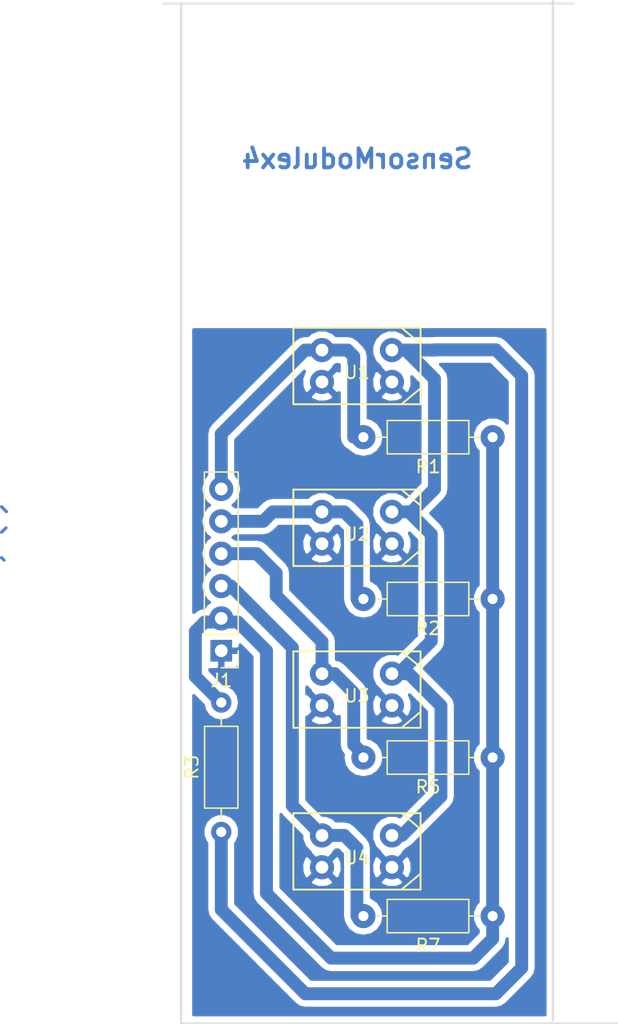
<source format=kicad_pcb>
(kicad_pcb (version 4) (host pcbnew 4.0.7-e2-6376~58~ubuntu16.04.1)

  (general
    (links 25)
    (no_connects 0)
    (area 116.514999 99.238999 165.429001 179.653001)
    (thickness 1.6)
    (drawings 5)
    (tracks 72)
    (zones 0)
    (modules 10)
    (nets 8)
  )

  (page A4)
  (layers
    (0 F.Cu signal)
    (31 B.Cu signal)
    (32 B.Adhes user)
    (33 F.Adhes user)
    (34 B.Paste user)
    (35 F.Paste user)
    (36 B.SilkS user)
    (37 F.SilkS user)
    (38 B.Mask user)
    (39 F.Mask user)
    (40 Dwgs.User user)
    (41 Cmts.User user)
    (42 Eco1.User user)
    (43 Eco2.User user)
    (44 Edge.Cuts user)
    (45 Margin user)
    (46 B.CrtYd user)
    (47 F.CrtYd user)
    (48 B.Fab user)
    (49 F.Fab user)
  )

  (setup
    (last_trace_width 0.25)
    (trace_clearance 0.2)
    (zone_clearance 0.508)
    (zone_45_only no)
    (trace_min 0.2)
    (segment_width 0.2)
    (edge_width 0.15)
    (via_size 0.6)
    (via_drill 0.4)
    (via_min_size 0.4)
    (via_min_drill 0.3)
    (uvia_size 0.3)
    (uvia_drill 0.1)
    (uvias_allowed no)
    (uvia_min_size 0.2)
    (uvia_min_drill 0.1)
    (pcb_text_width 0.3)
    (pcb_text_size 1.5 1.5)
    (mod_edge_width 0.15)
    (mod_text_size 1 1)
    (mod_text_width 0.15)
    (pad_size 1.9 1.9)
    (pad_drill 0.8)
    (pad_to_mask_clearance 0.2)
    (aux_axis_origin 0 0)
    (visible_elements FFFFFF7F)
    (pcbplotparams
      (layerselection 0x00030_80000001)
      (usegerberextensions false)
      (excludeedgelayer true)
      (linewidth 0.100000)
      (plotframeref false)
      (viasonmask false)
      (mode 1)
      (useauxorigin false)
      (hpglpennumber 1)
      (hpglpenspeed 20)
      (hpglpendiameter 15)
      (hpglpenoverlay 2)
      (psnegative false)
      (psa4output false)
      (plotreference true)
      (plotvalue true)
      (plotinvisibletext false)
      (padsonsilk false)
      (subtractmaskfromsilk false)
      (outputformat 1)
      (mirror false)
      (drillshape 1)
      (scaleselection 1)
      (outputdirectory ""))
  )

  (net 0 "")
  (net 1 /GND)
  (net 2 /VDD)
  (net 3 /sens4)
  (net 4 /sens3)
  (net 5 /sens2)
  (net 6 /sens1)
  (net 7 "Net-(R3-Pad1)")

  (net_class Default "Dit is de standaard class."
    (clearance 0.2)
    (trace_width 0.25)
    (via_dia 0.6)
    (via_drill 0.4)
    (uvia_dia 0.3)
    (uvia_drill 0.1)
  )

  (net_class fortymill ""
    (clearance 0.2)
    (trace_width 1.016)
    (via_dia 0.6)
    (via_drill 0.4)
    (uvia_dia 0.3)
    (uvia_drill 0.1)
    (add_net /GND)
    (add_net /VDD)
    (add_net /sens1)
    (add_net /sens2)
    (add_net /sens3)
    (add_net /sens4)
    (add_net "Net-(R3-Pad1)")
  )

  (module Resistors_THT:R_Axial_DIN0207_L6.3mm_D2.5mm_P10.16mm_Horizontal (layer F.Cu) (tedit 5AAA87FA) (tstamp 5AA92AE5)
    (at 155.448 108.458 180)
    (descr "Resistor, Axial_DIN0207 series, Axial, Horizontal, pin pitch=10.16mm, 0.25W = 1/4W, length*diameter=6.3*2.5mm^2, http://cdn-reichelt.de/documents/datenblatt/B400/1_4W%23YAG.pdf")
    (tags "Resistor Axial_DIN0207 series Axial Horizontal pin pitch 10.16mm 0.25W = 1/4W length 6.3mm diameter 2.5mm")
    (path /5A047E13)
    (fp_text reference R1 (at 5.08 -2.31 180) (layer F.SilkS)
      (effects (font (size 1 1) (thickness 0.15)))
    )
    (fp_text value R56k (at 5.08 2.31 180) (layer F.Fab)
      (effects (font (size 1 1) (thickness 0.15)))
    )
    (fp_line (start 1.93 -1.25) (end 1.93 1.25) (layer F.Fab) (width 0.1))
    (fp_line (start 1.93 1.25) (end 8.23 1.25) (layer F.Fab) (width 0.1))
    (fp_line (start 8.23 1.25) (end 8.23 -1.25) (layer F.Fab) (width 0.1))
    (fp_line (start 8.23 -1.25) (end 1.93 -1.25) (layer F.Fab) (width 0.1))
    (fp_line (start 0 0) (end 1.93 0) (layer F.Fab) (width 0.1))
    (fp_line (start 10.16 0) (end 8.23 0) (layer F.Fab) (width 0.1))
    (fp_line (start 1.87 -1.31) (end 1.87 1.31) (layer F.SilkS) (width 0.12))
    (fp_line (start 1.87 1.31) (end 8.29 1.31) (layer F.SilkS) (width 0.12))
    (fp_line (start 8.29 1.31) (end 8.29 -1.31) (layer F.SilkS) (width 0.12))
    (fp_line (start 8.29 -1.31) (end 1.87 -1.31) (layer F.SilkS) (width 0.12))
    (fp_line (start 0.98 0) (end 1.87 0) (layer F.SilkS) (width 0.12))
    (fp_line (start 9.18 0) (end 8.29 0) (layer F.SilkS) (width 0.12))
    (fp_line (start -1.05 -1.6) (end -1.05 1.6) (layer F.CrtYd) (width 0.05))
    (fp_line (start -1.05 1.6) (end 11.25 1.6) (layer F.CrtYd) (width 0.05))
    (fp_line (start 11.25 1.6) (end 11.25 -1.6) (layer F.CrtYd) (width 0.05))
    (fp_line (start 11.25 -1.6) (end -1.05 -1.6) (layer F.CrtYd) (width 0.05))
    (pad 1 thru_hole circle (at 0 0 180) (size 1.9 1.9) (drill 0.8) (layers *.Cu *.Mask)
      (net 2 /VDD))
    (pad 2 thru_hole oval (at 10.16 0 180) (size 1.9 1.9) (drill 0.8) (layers *.Cu *.Mask)
      (net 6 /sens1))
    (model ${KISYS3DMOD}/Resistors_THT.3dshapes/R_Axial_DIN0207_L6.3mm_D2.5mm_P10.16mm_Horizontal.wrl
      (at (xyz 0 0 0))
      (scale (xyz 0.393701 0.393701 0.393701))
      (rotate (xyz 0 0 0))
    )
  )

  (module lib:TRTC5000 (layer F.Cu) (tedit 5AAA8830) (tstamp 5AA92B27)
    (at 144.78 128.27)
    (path /5A9FF32A)
    (fp_text reference U3 (at 0 0.5) (layer F.SilkS)
      (effects (font (size 1 1) (thickness 0.15)))
    )
    (fp_text value TCRT5000 (at 0 -0.5) (layer F.Fab)
      (effects (font (size 1 1) (thickness 0.15)))
    )
    (fp_line (start 5 1.75) (end 3.5 3) (layer F.SilkS) (width 0.15))
    (fp_line (start 5 -1.75) (end 3.5 -3) (layer F.SilkS) (width 0.15))
    (fp_line (start -5 -3) (end 5 -3) (layer F.SilkS) (width 0.15))
    (fp_line (start 5 -3) (end 5 3) (layer F.SilkS) (width 0.15))
    (fp_line (start 5 3) (end -5 3) (layer F.SilkS) (width 0.15))
    (fp_line (start -5 3) (end -5 -3) (layer F.SilkS) (width 0.15))
    (pad 2 thru_hole circle (at -2.75 1.25) (size 1.9 1.9) (drill 1) (layers *.Cu *.Mask)
      (net 1 /GND))
    (pad 1 thru_hole circle (at -2.75 -1.25) (size 1.9 1.9) (drill 1) (layers *.Cu *.Mask)
      (net 4 /sens3))
    (pad 4 thru_hole circle (at 2.75 1.25) (size 1.9 1.9) (drill 1) (layers *.Cu *.Mask)
      (net 1 /GND))
    (pad 3 thru_hole circle (at 2.75 -1.25) (size 1.9 1.9) (drill 1) (layers *.Cu *.Mask)
      (net 7 "Net-(R3-Pad1)"))
  )

  (module lib:TRTC5000 (layer F.Cu) (tedit 5AAA880F) (tstamp 5AA92B1F)
    (at 144.78 115.57)
    (path /5A047469)
    (fp_text reference U2 (at 0 0.5) (layer F.SilkS)
      (effects (font (size 1 1) (thickness 0.15)))
    )
    (fp_text value TCRT5000 (at 0 -0.5) (layer F.Fab)
      (effects (font (size 1 1) (thickness 0.15)))
    )
    (fp_line (start 5 1.75) (end 3.5 3) (layer F.SilkS) (width 0.15))
    (fp_line (start 5 -1.75) (end 3.5 -3) (layer F.SilkS) (width 0.15))
    (fp_line (start -5 -3) (end 5 -3) (layer F.SilkS) (width 0.15))
    (fp_line (start 5 -3) (end 5 3) (layer F.SilkS) (width 0.15))
    (fp_line (start 5 3) (end -5 3) (layer F.SilkS) (width 0.15))
    (fp_line (start -5 3) (end -5 -3) (layer F.SilkS) (width 0.15))
    (pad 2 thru_hole circle (at -2.75 1.25) (size 1.9 1.9) (drill 1) (layers *.Cu *.Mask)
      (net 1 /GND))
    (pad 1 thru_hole circle (at -2.75 -1.25) (size 1.9 1.9) (drill 1) (layers *.Cu *.Mask)
      (net 5 /sens2))
    (pad 4 thru_hole circle (at 2.75 1.25) (size 1.9 1.9) (drill 1) (layers *.Cu *.Mask)
      (net 1 /GND))
    (pad 3 thru_hole circle (at 2.75 -1.25) (size 1.9 1.9) (drill 1) (layers *.Cu *.Mask)
      (net 7 "Net-(R3-Pad1)"))
  )

  (module lib:TRTC5000 (layer F.Cu) (tedit 5AAA87ED) (tstamp 5AA92B17)
    (at 144.78 102.87)
    (path /5A047E19)
    (fp_text reference U1 (at 0 0.5) (layer F.SilkS)
      (effects (font (size 1 1) (thickness 0.15)))
    )
    (fp_text value TCRT5000 (at 0 -0.5) (layer F.Fab)
      (effects (font (size 1 1) (thickness 0.15)))
    )
    (fp_line (start 5 1.75) (end 3.5 3) (layer F.SilkS) (width 0.15))
    (fp_line (start 5 -1.75) (end 3.5 -3) (layer F.SilkS) (width 0.15))
    (fp_line (start -5 -3) (end 5 -3) (layer F.SilkS) (width 0.15))
    (fp_line (start 5 -3) (end 5 3) (layer F.SilkS) (width 0.15))
    (fp_line (start 5 3) (end -5 3) (layer F.SilkS) (width 0.15))
    (fp_line (start -5 3) (end -5 -3) (layer F.SilkS) (width 0.15))
    (pad 2 thru_hole circle (at -2.75 1.25) (size 1.9 1.9) (drill 1) (layers *.Cu *.Mask)
      (net 1 /GND))
    (pad 1 thru_hole circle (at -2.75 -1.25) (size 1.9 1.9) (drill 1) (layers *.Cu *.Mask)
      (net 6 /sens1))
    (pad 4 thru_hole circle (at 2.75 1.25) (size 1.9 1.9) (drill 1) (layers *.Cu *.Mask)
      (net 1 /GND))
    (pad 3 thru_hole circle (at 2.75 -1.25) (size 1.9 1.9) (drill 1) (layers *.Cu *.Mask)
      (net 7 "Net-(R3-Pad1)"))
  )

  (module Resistors_THT:R_Axial_DIN0207_L6.3mm_D2.5mm_P10.16mm_Horizontal (layer F.Cu) (tedit 5AAA881D) (tstamp 5AA92AEB)
    (at 155.448 121.158 180)
    (descr "Resistor, Axial_DIN0207 series, Axial, Horizontal, pin pitch=10.16mm, 0.25W = 1/4W, length*diameter=6.3*2.5mm^2, http://cdn-reichelt.de/documents/datenblatt/B400/1_4W%23YAG.pdf")
    (tags "Resistor Axial_DIN0207 series Axial Horizontal pin pitch 10.16mm 0.25W = 1/4W length 6.3mm diameter 2.5mm")
    (path /5A0472AF)
    (fp_text reference R2 (at 5.08 -2.31 180) (layer F.SilkS)
      (effects (font (size 1 1) (thickness 0.15)))
    )
    (fp_text value R56k (at 5.08 2.31 180) (layer F.Fab)
      (effects (font (size 1 1) (thickness 0.15)))
    )
    (fp_line (start 1.93 -1.25) (end 1.93 1.25) (layer F.Fab) (width 0.1))
    (fp_line (start 1.93 1.25) (end 8.23 1.25) (layer F.Fab) (width 0.1))
    (fp_line (start 8.23 1.25) (end 8.23 -1.25) (layer F.Fab) (width 0.1))
    (fp_line (start 8.23 -1.25) (end 1.93 -1.25) (layer F.Fab) (width 0.1))
    (fp_line (start 0 0) (end 1.93 0) (layer F.Fab) (width 0.1))
    (fp_line (start 10.16 0) (end 8.23 0) (layer F.Fab) (width 0.1))
    (fp_line (start 1.87 -1.31) (end 1.87 1.31) (layer F.SilkS) (width 0.12))
    (fp_line (start 1.87 1.31) (end 8.29 1.31) (layer F.SilkS) (width 0.12))
    (fp_line (start 8.29 1.31) (end 8.29 -1.31) (layer F.SilkS) (width 0.12))
    (fp_line (start 8.29 -1.31) (end 1.87 -1.31) (layer F.SilkS) (width 0.12))
    (fp_line (start 0.98 0) (end 1.87 0) (layer F.SilkS) (width 0.12))
    (fp_line (start 9.18 0) (end 8.29 0) (layer F.SilkS) (width 0.12))
    (fp_line (start -1.05 -1.6) (end -1.05 1.6) (layer F.CrtYd) (width 0.05))
    (fp_line (start -1.05 1.6) (end 11.25 1.6) (layer F.CrtYd) (width 0.05))
    (fp_line (start 11.25 1.6) (end 11.25 -1.6) (layer F.CrtYd) (width 0.05))
    (fp_line (start 11.25 -1.6) (end -1.05 -1.6) (layer F.CrtYd) (width 0.05))
    (pad 1 thru_hole circle (at 0 0 180) (size 1.9 1.9) (drill 0.8) (layers *.Cu *.Mask)
      (net 2 /VDD))
    (pad 2 thru_hole oval (at 10.16 0 180) (size 1.9 1.9) (drill 0.8) (layers *.Cu *.Mask)
      (net 5 /sens2))
    (model ${KISYS3DMOD}/Resistors_THT.3dshapes/R_Axial_DIN0207_L6.3mm_D2.5mm_P10.16mm_Horizontal.wrl
      (at (xyz 0 0 0))
      (scale (xyz 0.393701 0.393701 0.393701))
      (rotate (xyz 0 0 0))
    )
  )

  (module Resistors_THT:R_Axial_DIN0207_L6.3mm_D2.5mm_P10.16mm_Horizontal (layer F.Cu) (tedit 5AAA883E) (tstamp 5AA92AFD)
    (at 155.448 133.604 180)
    (descr "Resistor, Axial_DIN0207 series, Axial, Horizontal, pin pitch=10.16mm, 0.25W = 1/4W, length*diameter=6.3*2.5mm^2, http://cdn-reichelt.de/documents/datenblatt/B400/1_4W%23YAG.pdf")
    (tags "Resistor Axial_DIN0207 series Axial Horizontal pin pitch 10.16mm 0.25W = 1/4W length 6.3mm diameter 2.5mm")
    (path /5A9FF324)
    (fp_text reference R5 (at 5.08 -2.31 180) (layer F.SilkS)
      (effects (font (size 1 1) (thickness 0.15)))
    )
    (fp_text value R56k (at 5.08 2.31 180) (layer F.Fab)
      (effects (font (size 1 1) (thickness 0.15)))
    )
    (fp_line (start 1.93 -1.25) (end 1.93 1.25) (layer F.Fab) (width 0.1))
    (fp_line (start 1.93 1.25) (end 8.23 1.25) (layer F.Fab) (width 0.1))
    (fp_line (start 8.23 1.25) (end 8.23 -1.25) (layer F.Fab) (width 0.1))
    (fp_line (start 8.23 -1.25) (end 1.93 -1.25) (layer F.Fab) (width 0.1))
    (fp_line (start 0 0) (end 1.93 0) (layer F.Fab) (width 0.1))
    (fp_line (start 10.16 0) (end 8.23 0) (layer F.Fab) (width 0.1))
    (fp_line (start 1.87 -1.31) (end 1.87 1.31) (layer F.SilkS) (width 0.12))
    (fp_line (start 1.87 1.31) (end 8.29 1.31) (layer F.SilkS) (width 0.12))
    (fp_line (start 8.29 1.31) (end 8.29 -1.31) (layer F.SilkS) (width 0.12))
    (fp_line (start 8.29 -1.31) (end 1.87 -1.31) (layer F.SilkS) (width 0.12))
    (fp_line (start 0.98 0) (end 1.87 0) (layer F.SilkS) (width 0.12))
    (fp_line (start 9.18 0) (end 8.29 0) (layer F.SilkS) (width 0.12))
    (fp_line (start -1.05 -1.6) (end -1.05 1.6) (layer F.CrtYd) (width 0.05))
    (fp_line (start -1.05 1.6) (end 11.25 1.6) (layer F.CrtYd) (width 0.05))
    (fp_line (start 11.25 1.6) (end 11.25 -1.6) (layer F.CrtYd) (width 0.05))
    (fp_line (start 11.25 -1.6) (end -1.05 -1.6) (layer F.CrtYd) (width 0.05))
    (pad 1 thru_hole circle (at 0 0 180) (size 1.9 1.9) (drill 0.8) (layers *.Cu *.Mask)
      (net 2 /VDD))
    (pad 2 thru_hole oval (at 10.16 0 180) (size 1.9 1.9) (drill 0.8) (layers *.Cu *.Mask)
      (net 4 /sens3))
    (model ${KISYS3DMOD}/Resistors_THT.3dshapes/R_Axial_DIN0207_L6.3mm_D2.5mm_P10.16mm_Horizontal.wrl
      (at (xyz 0 0 0))
      (scale (xyz 0.393701 0.393701 0.393701))
      (rotate (xyz 0 0 0))
    )
  )

  (module Resistors_THT:R_Axial_DIN0207_L6.3mm_D2.5mm_P10.16mm_Horizontal (layer F.Cu) (tedit 5AAA885D) (tstamp 5AA92B09)
    (at 155.448 146.05 180)
    (descr "Resistor, Axial_DIN0207 series, Axial, Horizontal, pin pitch=10.16mm, 0.25W = 1/4W, length*diameter=6.3*2.5mm^2, http://cdn-reichelt.de/documents/datenblatt/B400/1_4W%23YAG.pdf")
    (tags "Resistor Axial_DIN0207 series Axial Horizontal pin pitch 10.16mm 0.25W = 1/4W length 6.3mm diameter 2.5mm")
    (path /5A9FF4E3)
    (fp_text reference R7 (at 5.08 -2.31 180) (layer F.SilkS)
      (effects (font (size 1 1) (thickness 0.15)))
    )
    (fp_text value R56k (at 5.08 2.31 180) (layer F.Fab)
      (effects (font (size 1 1) (thickness 0.15)))
    )
    (fp_line (start 1.93 -1.25) (end 1.93 1.25) (layer F.Fab) (width 0.1))
    (fp_line (start 1.93 1.25) (end 8.23 1.25) (layer F.Fab) (width 0.1))
    (fp_line (start 8.23 1.25) (end 8.23 -1.25) (layer F.Fab) (width 0.1))
    (fp_line (start 8.23 -1.25) (end 1.93 -1.25) (layer F.Fab) (width 0.1))
    (fp_line (start 0 0) (end 1.93 0) (layer F.Fab) (width 0.1))
    (fp_line (start 10.16 0) (end 8.23 0) (layer F.Fab) (width 0.1))
    (fp_line (start 1.87 -1.31) (end 1.87 1.31) (layer F.SilkS) (width 0.12))
    (fp_line (start 1.87 1.31) (end 8.29 1.31) (layer F.SilkS) (width 0.12))
    (fp_line (start 8.29 1.31) (end 8.29 -1.31) (layer F.SilkS) (width 0.12))
    (fp_line (start 8.29 -1.31) (end 1.87 -1.31) (layer F.SilkS) (width 0.12))
    (fp_line (start 0.98 0) (end 1.87 0) (layer F.SilkS) (width 0.12))
    (fp_line (start 9.18 0) (end 8.29 0) (layer F.SilkS) (width 0.12))
    (fp_line (start -1.05 -1.6) (end -1.05 1.6) (layer F.CrtYd) (width 0.05))
    (fp_line (start -1.05 1.6) (end 11.25 1.6) (layer F.CrtYd) (width 0.05))
    (fp_line (start 11.25 1.6) (end 11.25 -1.6) (layer F.CrtYd) (width 0.05))
    (fp_line (start 11.25 -1.6) (end -1.05 -1.6) (layer F.CrtYd) (width 0.05))
    (pad 1 thru_hole circle (at 0 0 180) (size 1.9 1.9) (drill 0.8) (layers *.Cu *.Mask)
      (net 2 /VDD))
    (pad 2 thru_hole oval (at 10.16 0 180) (size 1.9 1.9) (drill 0.8) (layers *.Cu *.Mask)
      (net 3 /sens4))
    (model ${KISYS3DMOD}/Resistors_THT.3dshapes/R_Axial_DIN0207_L6.3mm_D2.5mm_P10.16mm_Horizontal.wrl
      (at (xyz 0 0 0))
      (scale (xyz 0.393701 0.393701 0.393701))
      (rotate (xyz 0 0 0))
    )
  )

  (module lib:TRTC5000 (layer F.Cu) (tedit 5AAA8851) (tstamp 5AA92B2F)
    (at 144.78 140.97)
    (path /5A9FF4E9)
    (fp_text reference U4 (at 0 0.5) (layer F.SilkS)
      (effects (font (size 1 1) (thickness 0.15)))
    )
    (fp_text value TCRT5000 (at 0 -0.5) (layer F.Fab)
      (effects (font (size 1 1) (thickness 0.15)))
    )
    (fp_line (start 5 1.75) (end 3.5 3) (layer F.SilkS) (width 0.15))
    (fp_line (start 5 -1.75) (end 3.5 -3) (layer F.SilkS) (width 0.15))
    (fp_line (start -5 -3) (end 5 -3) (layer F.SilkS) (width 0.15))
    (fp_line (start 5 -3) (end 5 3) (layer F.SilkS) (width 0.15))
    (fp_line (start 5 3) (end -5 3) (layer F.SilkS) (width 0.15))
    (fp_line (start -5 3) (end -5 -3) (layer F.SilkS) (width 0.15))
    (pad 2 thru_hole circle (at -2.75 1.25) (size 1.9 1.9) (drill 1) (layers *.Cu *.Mask)
      (net 1 /GND))
    (pad 1 thru_hole circle (at -2.75 -1.25) (size 1.9 1.9) (drill 1) (layers *.Cu *.Mask)
      (net 3 /sens4))
    (pad 4 thru_hole circle (at 2.75 1.25) (size 1.9 1.9) (drill 1) (layers *.Cu *.Mask)
      (net 1 /GND))
    (pad 3 thru_hole circle (at 2.75 -1.25) (size 1.9 1.9) (drill 1) (layers *.Cu *.Mask)
      (net 7 "Net-(R3-Pad1)"))
  )

  (module Resistors_THT:R_Axial_DIN0207_L6.3mm_D2.5mm_P10.16mm_Horizontal (layer F.Cu) (tedit 5874F706) (tstamp 5AAA73FC)
    (at 134.112 139.446 90)
    (descr "Resistor, Axial_DIN0207 series, Axial, Horizontal, pin pitch=10.16mm, 0.25W = 1/4W, length*diameter=6.3*2.5mm^2, http://cdn-reichelt.de/documents/datenblatt/B400/1_4W%23YAG.pdf")
    (tags "Resistor Axial_DIN0207 series Axial Horizontal pin pitch 10.16mm 0.25W = 1/4W length 6.3mm diameter 2.5mm")
    (path /5A047E29)
    (fp_text reference R3 (at 5.08 -2.31 90) (layer F.SilkS)
      (effects (font (size 1 1) (thickness 0.15)))
    )
    (fp_text value R220k (at 5.08 2.31 90) (layer F.Fab)
      (effects (font (size 1 1) (thickness 0.15)))
    )
    (fp_line (start 1.93 -1.25) (end 1.93 1.25) (layer F.Fab) (width 0.1))
    (fp_line (start 1.93 1.25) (end 8.23 1.25) (layer F.Fab) (width 0.1))
    (fp_line (start 8.23 1.25) (end 8.23 -1.25) (layer F.Fab) (width 0.1))
    (fp_line (start 8.23 -1.25) (end 1.93 -1.25) (layer F.Fab) (width 0.1))
    (fp_line (start 0 0) (end 1.93 0) (layer F.Fab) (width 0.1))
    (fp_line (start 10.16 0) (end 8.23 0) (layer F.Fab) (width 0.1))
    (fp_line (start 1.87 -1.31) (end 1.87 1.31) (layer F.SilkS) (width 0.12))
    (fp_line (start 1.87 1.31) (end 8.29 1.31) (layer F.SilkS) (width 0.12))
    (fp_line (start 8.29 1.31) (end 8.29 -1.31) (layer F.SilkS) (width 0.12))
    (fp_line (start 8.29 -1.31) (end 1.87 -1.31) (layer F.SilkS) (width 0.12))
    (fp_line (start 0.98 0) (end 1.87 0) (layer F.SilkS) (width 0.12))
    (fp_line (start 9.18 0) (end 8.29 0) (layer F.SilkS) (width 0.12))
    (fp_line (start -1.05 -1.6) (end -1.05 1.6) (layer F.CrtYd) (width 0.05))
    (fp_line (start -1.05 1.6) (end 11.25 1.6) (layer F.CrtYd) (width 0.05))
    (fp_line (start 11.25 1.6) (end 11.25 -1.6) (layer F.CrtYd) (width 0.05))
    (fp_line (start 11.25 -1.6) (end -1.05 -1.6) (layer F.CrtYd) (width 0.05))
    (pad 1 thru_hole circle (at 0 0 90) (size 1.6 1.6) (drill 0.8) (layers *.Cu *.Mask)
      (net 7 "Net-(R3-Pad1)"))
    (pad 2 thru_hole oval (at 10.16 0 90) (size 1.6 1.6) (drill 0.8) (layers *.Cu *.Mask)
      (net 2 /VDD))
    (model ${KISYS3DMOD}/Resistors_THT.3dshapes/R_Axial_DIN0207_L6.3mm_D2.5mm_P10.16mm_Horizontal.wrl
      (at (xyz 0 0 0))
      (scale (xyz 0.393701 0.393701 0.393701))
      (rotate (xyz 0 0 0))
    )
  )

  (module Socket_Strips:Socket_Strip_Straight_1x06_Pitch2.54mm (layer F.Cu) (tedit 5AAA87C9) (tstamp 5AAA85D0)
    (at 134.112 125.222 180)
    (descr "Through hole straight socket strip, 1x06, 2.54mm pitch, single row")
    (tags "Through hole socket strip THT 1x06 2.54mm single row")
    (path /5AA00219)
    (fp_text reference J1 (at 0 -2.33 180) (layer F.SilkS)
      (effects (font (size 1 1) (thickness 0.15)))
    )
    (fp_text value Conn_01x06_Female (at 0 15.03 180) (layer F.Fab)
      (effects (font (size 1 1) (thickness 0.15)))
    )
    (fp_line (start -1.27 -1.27) (end -1.27 13.97) (layer F.Fab) (width 0.1))
    (fp_line (start -1.27 13.97) (end 1.27 13.97) (layer F.Fab) (width 0.1))
    (fp_line (start 1.27 13.97) (end 1.27 -1.27) (layer F.Fab) (width 0.1))
    (fp_line (start 1.27 -1.27) (end -1.27 -1.27) (layer F.Fab) (width 0.1))
    (fp_line (start -1.33 1.27) (end -1.33 14.03) (layer F.SilkS) (width 0.12))
    (fp_line (start -1.33 14.03) (end 1.33 14.03) (layer F.SilkS) (width 0.12))
    (fp_line (start 1.33 14.03) (end 1.33 1.27) (layer F.SilkS) (width 0.12))
    (fp_line (start 1.33 1.27) (end -1.33 1.27) (layer F.SilkS) (width 0.12))
    (fp_line (start -1.33 0) (end -1.33 -1.33) (layer F.SilkS) (width 0.12))
    (fp_line (start -1.33 -1.33) (end 0 -1.33) (layer F.SilkS) (width 0.12))
    (fp_line (start -1.8 -1.8) (end -1.8 14.5) (layer F.CrtYd) (width 0.05))
    (fp_line (start -1.8 14.5) (end 1.8 14.5) (layer F.CrtYd) (width 0.05))
    (fp_line (start 1.8 14.5) (end 1.8 -1.8) (layer F.CrtYd) (width 0.05))
    (fp_line (start 1.8 -1.8) (end -1.8 -1.8) (layer F.CrtYd) (width 0.05))
    (fp_text user %R (at 0 -2.33 180) (layer F.Fab)
      (effects (font (size 1 1) (thickness 0.15)))
    )
    (pad 1 thru_hole rect (at 0 0 180) (size 1.7 1.7) (drill 1) (layers *.Cu *.Mask)
      (net 1 /GND))
    (pad 2 thru_hole oval (at 0 2.54 180) (size 1.9 1.9) (drill 1) (layers *.Cu *.Mask)
      (net 2 /VDD))
    (pad 3 thru_hole oval (at 0 5.08 180) (size 1.9 1.9) (drill 1) (layers *.Cu *.Mask)
      (net 3 /sens4))
    (pad 4 thru_hole oval (at 0 7.62 180) (size 1.9 1.9) (drill 1) (layers *.Cu *.Mask)
      (net 4 /sens3))
    (pad 5 thru_hole oval (at 0 10.16 180) (size 1.9 1.9) (drill 1) (layers *.Cu *.Mask)
      (net 5 /sens2))
    (pad 6 thru_hole oval (at 0 12.7 180) (size 1.9 1.9) (drill 1) (layers *.Cu *.Mask)
      (net 6 /sens1))
    (model ${KISYS3DMOD}/Socket_Strips.3dshapes/Socket_Strip_Straight_1x06_Pitch2.54mm.wrl
      (at (xyz 0 -0.25 0))
      (scale (xyz 1 1 1))
      (rotate (xyz 0 0 270))
    )
  )

  (gr_text SensorModulex4 (at 144.8 86.6) (layer B.Cu)
    (effects (font (size 1.5 1.5) (thickness 0.3)) (justify mirror))
  )
  (gr_line (start 160.174 154.224) (end 160.174 74.214) (angle 90) (layer Edge.Cuts) (width 0.15))
  (gr_line (start 130.964 154.478) (end 165.254 154.478) (angle 90) (layer Edge.Cuts) (width 0.15))
  (gr_line (start 130.964 74.468) (end 130.964 154.478) (angle 90) (layer Edge.Cuts) (width 0.15))
  (gr_line (start 161.814 74.414) (end 129.556 74.414) (angle 90) (layer Edge.Cuts) (width 0.15))

  (segment (start 117.03 118.11) (end 116.84 117.92) (width 0.25) (layer B.Cu) (net 0) (tstamp 5AA9310F))
  (segment (start 117.19 115.57) (end 116.84 115.92) (width 0.25) (layer B.Cu) (net 0) (tstamp 5AA930FF))
  (segment (start 117.22 114.3) (end 116.84 113.92) (width 0.25) (layer B.Cu) (net 0) (tstamp 5AA930F2))
  (segment (start 134.112 129.286) (end 132.08 127.254) (width 1.016) (layer B.Cu) (net 2))
  (segment (start 132.81 122.968) (end 134.112 122.968) (width 1.016) (layer B.Cu) (net 2) (tstamp 5AAA7574))
  (segment (start 132.08 123.698) (end 132.81 122.968) (width 1.016) (layer B.Cu) (net 2) (tstamp 5AAA7573))
  (segment (start 132.08 127.254) (end 132.08 123.698) (width 1.016) (layer B.Cu) (net 2) (tstamp 5AAA7572))
  (segment (start 155.448 146.05) (end 155.448 147.828) (width 1.016) (layer B.Cu) (net 2))
  (segment (start 135.414 122.968) (end 134.112 122.968) (width 1.016) (layer B.Cu) (net 2) (tstamp 5AAA755C))
  (segment (start 137.668 125.222) (end 135.414 122.968) (width 1.016) (layer B.Cu) (net 2) (tstamp 5AAA755B))
  (segment (start 137.668 144.272) (end 137.668 125.222) (width 1.016) (layer B.Cu) (net 2) (tstamp 5AAA7559))
  (segment (start 142.748 149.352) (end 137.668 144.272) (width 1.016) (layer B.Cu) (net 2) (tstamp 5AAA7557))
  (segment (start 153.924 149.352) (end 142.748 149.352) (width 1.016) (layer B.Cu) (net 2) (tstamp 5AAA7556))
  (segment (start 155.448 147.828) (end 153.924 149.352) (width 1.016) (layer B.Cu) (net 2) (tstamp 5AAA7555))
  (segment (start 155.448 133.604) (end 155.448 146.05) (width 1.016) (layer B.Cu) (net 2))
  (segment (start 155.448 121.158) (end 155.448 108.458) (width 1.016) (layer B.Cu) (net 2))
  (segment (start 155.448 133.604) (end 155.448 121.158) (width 1.016) (layer B.Cu) (net 2))
  (segment (start 155.702 133.858) (end 155.448 133.604) (width 1.016) (layer B.Cu) (net 2) (tstamp 5AAA751F))
  (segment (start 134.112 120.142) (end 134.874 120.142) (width 1.016) (layer B.Cu) (net 3))
  (segment (start 134.874 120.142) (end 139.7 124.968) (width 1.016) (layer B.Cu) (net 3) (tstamp 5AAA85E8))
  (segment (start 144.78 146.05) (end 144.78 140.716) (width 1.016) (layer B.Cu) (net 3))
  (segment (start 143.784 139.72) (end 142.03 139.72) (width 1.016) (layer B.Cu) (net 3) (tstamp 5AAA7550))
  (segment (start 144.78 140.716) (end 143.784 139.72) (width 1.016) (layer B.Cu) (net 3) (tstamp 5AAA754F))
  (segment (start 139.7 137.39) (end 142.03 139.72) (width 1.016) (layer B.Cu) (net 3) (tstamp 5AAA56DB))
  (segment (start 139.7 124.968) (end 139.7 137.39) (width 1.016) (layer B.Cu) (net 3) (tstamp 5AAA56DA))
  (segment (start 142.03 127.02) (end 142.03 124.504) (width 1.016) (layer B.Cu) (net 4))
  (segment (start 136.906 117.602) (end 134.112 117.602) (width 1.016) (layer B.Cu) (net 4) (tstamp 5AAA85E5))
  (segment (start 138.43 119.126) (end 136.906 117.602) (width 1.016) (layer B.Cu) (net 4) (tstamp 5AAA85E4))
  (segment (start 138.43 120.904) (end 138.43 119.126) (width 1.016) (layer B.Cu) (net 4) (tstamp 5AAA85E3))
  (segment (start 142.03 124.504) (end 138.43 120.904) (width 1.016) (layer B.Cu) (net 4) (tstamp 5AAA85E2))
  (segment (start 145.288 133.604) (end 145.288 133.35) (width 1.016) (layer B.Cu) (net 4))
  (segment (start 145.288 133.35) (end 144.526 132.588) (width 1.016) (layer B.Cu) (net 4) (tstamp 5AAA7620))
  (segment (start 144.526 132.588) (end 144.526 128.524) (width 1.016) (layer B.Cu) (net 4) (tstamp 5AAA7623))
  (segment (start 143.022 127.02) (end 142.03 127.02) (width 1.016) (layer B.Cu) (net 4) (tstamp 5AAA7533))
  (segment (start 144.526 128.524) (end 143.022 127.02) (width 1.016) (layer B.Cu) (net 4) (tstamp 5AAA7532))
  (segment (start 142.03 114.32) (end 138.156 114.32) (width 1.016) (layer B.Cu) (net 5))
  (segment (start 137.414 115.062) (end 134.112 115.062) (width 1.016) (layer B.Cu) (net 5) (tstamp 5AAA85DE))
  (segment (start 138.156 114.32) (end 137.414 115.062) (width 1.016) (layer B.Cu) (net 5) (tstamp 5AAA85DD))
  (segment (start 144.78 121.158) (end 144.78 115.316) (width 1.016) (layer B.Cu) (net 5))
  (segment (start 143.784 114.32) (end 142.03 114.32) (width 1.016) (layer B.Cu) (net 5) (tstamp 5AAA752A))
  (segment (start 144.78 115.316) (end 143.784 114.32) (width 1.016) (layer B.Cu) (net 5) (tstamp 5AAA7529))
  (segment (start 142.03 101.62) (end 140.696 101.62) (width 1.016) (layer B.Cu) (net 6))
  (segment (start 134.112 108.204) (end 134.112 112.522) (width 1.016) (layer B.Cu) (net 6) (tstamp 5AAA85EE))
  (segment (start 140.696 101.62) (end 134.112 108.204) (width 1.016) (layer B.Cu) (net 6) (tstamp 5AAA85ED))
  (segment (start 144.526 108.458) (end 144.526 102.108) (width 1.016) (layer B.Cu) (net 6))
  (segment (start 144.038 101.62) (end 142.03 101.62) (width 1.016) (layer B.Cu) (net 6) (tstamp 5AAA752F))
  (segment (start 144.526 102.108) (end 144.038 101.62) (width 1.016) (layer B.Cu) (net 6) (tstamp 5AAA752E))
  (segment (start 147.53 139.72) (end 148.316 139.72) (width 1.016) (layer B.Cu) (net 7))
  (segment (start 148.316 139.72) (end 151.384 136.652) (width 1.016) (layer B.Cu) (net 7) (tstamp 5AAA759A))
  (segment (start 151.384 136.652) (end 151.384 129.54) (width 1.016) (layer B.Cu) (net 7) (tstamp 5AAA759B))
  (segment (start 151.384 129.54) (end 148.864 127.02) (width 1.016) (layer B.Cu) (net 7) (tstamp 5AAA759C))
  (segment (start 148.864 127.02) (end 147.53 127.02) (width 1.016) (layer B.Cu) (net 7) (tstamp 5AAA759D))
  (segment (start 147.53 127.02) (end 148.062 127.02) (width 1.016) (layer B.Cu) (net 7))
  (segment (start 148.062 127.02) (end 150.622 124.46) (width 1.016) (layer B.Cu) (net 7) (tstamp 5AAA7593))
  (segment (start 150.622 124.46) (end 150.622 116.078) (width 1.016) (layer B.Cu) (net 7) (tstamp 5AAA7594))
  (segment (start 150.622 116.078) (end 148.864 114.32) (width 1.016) (layer B.Cu) (net 7) (tstamp 5AAA7595))
  (segment (start 147.53 114.32) (end 148.864 114.32) (width 1.016) (layer B.Cu) (net 7))
  (segment (start 148.864 114.32) (end 149.078 114.32) (width 1.016) (layer B.Cu) (net 7) (tstamp 5AAA7598))
  (segment (start 150.876 103.886) (end 148.61 101.62) (width 1.016) (layer B.Cu) (net 7) (tstamp 5AAA758D))
  (segment (start 150.876 112.522) (end 150.876 103.886) (width 1.016) (layer B.Cu) (net 7) (tstamp 5AAA758C))
  (segment (start 149.078 114.32) (end 150.876 112.522) (width 1.016) (layer B.Cu) (net 7) (tstamp 5AAA758B))
  (segment (start 147.53 101.62) (end 148.61 101.62) (width 1.016) (layer B.Cu) (net 7))
  (segment (start 148.61 101.62) (end 150.896 101.62) (width 1.016) (layer B.Cu) (net 7) (tstamp 5AAA7591))
  (segment (start 134.112 145.542) (end 134.112 139.446) (width 1.016) (layer B.Cu) (net 7) (tstamp 5AAA756E))
  (segment (start 140.716 152.146) (end 134.112 145.542) (width 1.016) (layer B.Cu) (net 7) (tstamp 5AAA756C))
  (segment (start 155.702 152.146) (end 140.716 152.146) (width 1.016) (layer B.Cu) (net 7) (tstamp 5AAA756B))
  (segment (start 157.734 150.114) (end 155.702 152.146) (width 1.016) (layer B.Cu) (net 7) (tstamp 5AAA756A))
  (segment (start 157.734 103.632) (end 157.734 150.114) (width 1.016) (layer B.Cu) (net 7) (tstamp 5AAA7569))
  (segment (start 155.702 101.6) (end 157.734 103.632) (width 1.016) (layer B.Cu) (net 7) (tstamp 5AAA7568))
  (segment (start 150.916 101.6) (end 155.702 101.6) (width 1.016) (layer B.Cu) (net 7) (tstamp 5AAA7567))
  (segment (start 150.896 101.62) (end 150.916 101.6) (width 1.016) (layer B.Cu) (net 7) (tstamp 5AAA7566))
  (segment (start 147.53 101.62) (end 147.34 101.62) (width 0.25) (layer B.Cu) (net 7))

  (zone (net 1) (net_name /GND) (layer B.Cu) (tstamp 5AAA75EA) (hatch edge 0.508)
    (connect_pads (clearance 0.508))
    (min_thickness 0.254)
    (fill yes (arc_segments 16) (thermal_gap 0.508) (thermal_bridge_width 0.508))
    (polygon
      (pts
        (xy 160.02 153.924) (xy 131.826 153.924) (xy 131.826 99.568) (xy 160.02 99.568)
      )
    )
    (filled_polygon
      (pts
        (xy 159.564 153.797) (xy 131.953 153.797) (xy 131.953 128.743446) (xy 132.715073 129.505519) (xy 132.786233 129.863264)
        (xy 133.097302 130.328811) (xy 133.562849 130.63988) (xy 134.112 130.749113) (xy 134.661151 130.63988) (xy 135.126698 130.328811)
        (xy 135.437767 129.863264) (xy 135.547 129.314113) (xy 135.547 129.257887) (xy 135.437767 128.708736) (xy 135.126698 128.243189)
        (xy 134.661151 127.93212) (xy 134.303406 127.86096) (xy 133.223 126.780554) (xy 133.223 126.707) (xy 133.82625 126.707)
        (xy 133.985 126.54825) (xy 133.985 125.349) (xy 134.239 125.349) (xy 134.239 126.54825) (xy 134.39775 126.707)
        (xy 135.088309 126.707) (xy 135.321698 126.610327) (xy 135.500327 126.431699) (xy 135.597 126.19831) (xy 135.597 125.50775)
        (xy 135.43825 125.349) (xy 134.239 125.349) (xy 133.985 125.349) (xy 133.965 125.349) (xy 133.965 125.095)
        (xy 133.985 125.095) (xy 133.985 125.075) (xy 134.239 125.075) (xy 134.239 125.095) (xy 135.43825 125.095)
        (xy 135.597 124.93625) (xy 135.597 124.767446) (xy 136.525 125.695446) (xy 136.525 144.272) (xy 136.612006 144.709407)
        (xy 136.859777 145.080223) (xy 141.939777 150.160223) (xy 142.310593 150.407994) (xy 142.748 150.495) (xy 153.924 150.495)
        (xy 154.361407 150.407994) (xy 154.732223 150.160223) (xy 156.256223 148.636223) (xy 156.503994 148.265407) (xy 156.591 147.828)
        (xy 156.591 149.640554) (xy 155.228554 151.003) (xy 141.189446 151.003) (xy 135.255 145.068554) (xy 135.255 140.33262)
        (xy 135.327824 140.259923) (xy 135.54675 139.732691) (xy 135.547248 139.161813) (xy 135.329243 138.6342) (xy 134.925923 138.230176)
        (xy 134.398691 138.01125) (xy 133.827813 138.010752) (xy 133.3002 138.228757) (xy 132.896176 138.632077) (xy 132.67725 139.159309)
        (xy 132.676752 139.730187) (xy 132.894757 140.2578) (xy 132.969 140.332173) (xy 132.969 145.542) (xy 133.056006 145.979407)
        (xy 133.303777 146.350223) (xy 139.907777 152.954223) (xy 140.278593 153.201994) (xy 140.716 153.289) (xy 155.702 153.289)
        (xy 156.139407 153.201994) (xy 156.510223 152.954223) (xy 158.542223 150.922223) (xy 158.789994 150.551407) (xy 158.877 150.114)
        (xy 158.877 103.632) (xy 158.789994 103.194593) (xy 158.542223 102.823777) (xy 156.510223 100.791777) (xy 156.139407 100.544006)
        (xy 155.702 100.457) (xy 150.916 100.457) (xy 150.815454 100.477) (xy 148.628568 100.477) (xy 148.429003 100.277086)
        (xy 147.846659 100.035276) (xy 147.216107 100.034725) (xy 146.633343 100.275519) (xy 146.187086 100.720997) (xy 145.945276 101.303341)
        (xy 145.944725 101.933893) (xy 146.185519 102.516657) (xy 146.613765 102.945652) (xy 146.593255 103.00365) (xy 147.53 103.940395)
        (xy 147.544143 103.926253) (xy 147.723748 104.105858) (xy 147.709605 104.12) (xy 148.64635 105.056745) (xy 148.908019 104.964208)
        (xy 149.126188 104.372602) (xy 149.101352 103.742539) (xy 149.090929 103.717375) (xy 149.733 104.359446) (xy 149.733 112.048554)
        (xy 148.616572 113.164982) (xy 148.429003 112.977086) (xy 147.846659 112.735276) (xy 147.216107 112.734725) (xy 146.633343 112.975519)
        (xy 146.187086 113.420997) (xy 145.945276 114.003341) (xy 145.944725 114.633893) (xy 146.185519 115.216657) (xy 146.613765 115.645652)
        (xy 146.593255 115.70365) (xy 147.53 116.640395) (xy 147.544143 116.626253) (xy 147.723748 116.805858) (xy 147.709605 116.82)
        (xy 148.64635 117.756745) (xy 148.908019 117.664208) (xy 149.126188 117.072602) (xy 149.101352 116.442539) (xy 148.911323 115.983769)
        (xy 149.479 116.551446) (xy 149.479 123.986554) (xy 147.976403 125.489151) (xy 147.846659 125.435276) (xy 147.216107 125.434725)
        (xy 146.633343 125.675519) (xy 146.187086 126.120997) (xy 145.945276 126.703341) (xy 145.944725 127.333893) (xy 146.185519 127.916657)
        (xy 146.613765 128.345652) (xy 146.593255 128.40365) (xy 147.53 129.340395) (xy 147.544143 129.326253) (xy 147.723748 129.505858)
        (xy 147.709605 129.52) (xy 148.64635 130.456745) (xy 148.908019 130.364208) (xy 149.126188 129.772602) (xy 149.101352 129.142539)
        (xy 148.911323 128.683769) (xy 150.241 130.013446) (xy 150.241 136.178554) (xy 148.155879 138.263675) (xy 147.846659 138.135276)
        (xy 147.216107 138.134725) (xy 146.633343 138.375519) (xy 146.187086 138.820997) (xy 145.945276 139.403341) (xy 145.944725 140.033893)
        (xy 146.185519 140.616657) (xy 146.613765 141.045652) (xy 146.593255 141.10365) (xy 147.53 142.040395) (xy 148.466745 141.10365)
        (xy 148.446048 141.045124) (xy 148.706252 140.785374) (xy 148.753407 140.775994) (xy 149.124223 140.528223) (xy 152.192223 137.460223)
        (xy 152.439994 137.089407) (xy 152.527 136.652) (xy 152.527 129.54) (xy 152.439994 129.102593) (xy 152.192223 128.731777)
        (xy 150.079446 126.619) (xy 151.430223 125.268223) (xy 151.677994 124.897407) (xy 151.765 124.46) (xy 151.765 116.078)
        (xy 151.677994 115.640593) (xy 151.430223 115.269777) (xy 150.587446 114.427) (xy 151.684223 113.330223) (xy 151.931994 112.959407)
        (xy 152.019 112.522) (xy 152.019 103.886) (xy 151.931994 103.448593) (xy 151.684223 103.077777) (xy 151.349446 102.743)
        (xy 155.228554 102.743) (xy 156.591 104.105446) (xy 156.591 107.35951) (xy 156.347003 107.115086) (xy 155.764659 106.873276)
        (xy 155.134107 106.872725) (xy 154.551343 107.113519) (xy 154.105086 107.558997) (xy 153.863276 108.141341) (xy 153.862725 108.771893)
        (xy 154.103519 109.354657) (xy 154.305 109.55649) (xy 154.305 120.059432) (xy 154.105086 120.258997) (xy 153.863276 120.841341)
        (xy 153.862725 121.471893) (xy 154.103519 122.054657) (xy 154.305 122.25649) (xy 154.305 132.505432) (xy 154.105086 132.704997)
        (xy 153.863276 133.287341) (xy 153.862725 133.917893) (xy 154.103519 134.500657) (xy 154.305 134.70249) (xy 154.305 144.951432)
        (xy 154.105086 145.150997) (xy 153.863276 145.733341) (xy 153.862725 146.363893) (xy 154.103519 146.946657) (xy 154.305 147.14849)
        (xy 154.305 147.354554) (xy 153.450554 148.209) (xy 143.221446 148.209) (xy 138.811 143.798554) (xy 138.811 143.33635)
        (xy 141.093255 143.33635) (xy 141.185792 143.598019) (xy 141.777398 143.816188) (xy 142.407461 143.791352) (xy 142.874208 143.598019)
        (xy 142.966745 143.33635) (xy 142.03 142.399605) (xy 141.093255 143.33635) (xy 138.811 143.33635) (xy 138.811 141.967398)
        (xy 140.433812 141.967398) (xy 140.458648 142.597461) (xy 140.651981 143.064208) (xy 140.91365 143.156745) (xy 141.850395 142.22)
        (xy 142.209605 142.22) (xy 143.14635 143.156745) (xy 143.408019 143.064208) (xy 143.626188 142.472602) (xy 143.601352 141.842539)
        (xy 143.408019 141.375792) (xy 143.14635 141.283255) (xy 142.209605 142.22) (xy 141.850395 142.22) (xy 140.91365 141.283255)
        (xy 140.651981 141.375792) (xy 140.433812 141.967398) (xy 138.811 141.967398) (xy 138.811 138.077332) (xy 138.891777 138.198223)
        (xy 140.444972 139.751418) (xy 140.444725 140.033893) (xy 140.685519 140.616657) (xy 141.113765 141.045652) (xy 141.093255 141.10365)
        (xy 142.03 142.040395) (xy 142.966745 141.10365) (xy 142.946048 141.045124) (xy 143.12849 140.863) (xy 143.310554 140.863)
        (xy 143.637 141.189446) (xy 143.637 146.05) (xy 143.724006 146.487407) (xy 143.773767 146.56188) (xy 143.792599 146.656553)
        (xy 144.136184 147.170764) (xy 144.650395 147.514349) (xy 145.256948 147.635) (xy 145.319052 147.635) (xy 145.925605 147.514349)
        (xy 146.439816 147.170764) (xy 146.783401 146.656553) (xy 146.904052 146.05) (xy 146.783401 145.443447) (xy 146.439816 144.929236)
        (xy 145.925605 144.585651) (xy 145.923 144.585133) (xy 145.923 143.33635) (xy 146.593255 143.33635) (xy 146.685792 143.598019)
        (xy 147.277398 143.816188) (xy 147.907461 143.791352) (xy 148.374208 143.598019) (xy 148.466745 143.33635) (xy 147.53 142.399605)
        (xy 146.593255 143.33635) (xy 145.923 143.33635) (xy 145.923 141.967398) (xy 145.933812 141.967398) (xy 145.958648 142.597461)
        (xy 146.151981 143.064208) (xy 146.41365 143.156745) (xy 147.350395 142.22) (xy 147.709605 142.22) (xy 148.64635 143.156745)
        (xy 148.908019 143.064208) (xy 149.126188 142.472602) (xy 149.101352 141.842539) (xy 148.908019 141.375792) (xy 148.64635 141.283255)
        (xy 147.709605 142.22) (xy 147.350395 142.22) (xy 146.41365 141.283255) (xy 146.151981 141.375792) (xy 145.933812 141.967398)
        (xy 145.923 141.967398) (xy 145.923 140.716) (xy 145.835994 140.278593) (xy 145.588223 139.907777) (xy 144.592223 138.911777)
        (xy 144.221407 138.664006) (xy 143.784 138.577) (xy 143.128568 138.577) (xy 142.929003 138.377086) (xy 142.346659 138.135276)
        (xy 142.061473 138.135027) (xy 140.843 136.916554) (xy 140.843 130.63635) (xy 141.093255 130.63635) (xy 141.185792 130.898019)
        (xy 141.777398 131.116188) (xy 142.407461 131.091352) (xy 142.874208 130.898019) (xy 142.966745 130.63635) (xy 142.03 129.699605)
        (xy 141.093255 130.63635) (xy 140.843 130.63635) (xy 140.843 130.43176) (xy 140.91365 130.456745) (xy 141.850395 129.52)
        (xy 140.91365 128.583255) (xy 140.843 128.60824) (xy 140.843 128.074413) (xy 141.113765 128.345652) (xy 141.093255 128.40365)
        (xy 142.03 129.340395) (xy 142.044143 129.326253) (xy 142.223748 129.505858) (xy 142.209605 129.52) (xy 143.14635 130.456745)
        (xy 143.383 130.373056) (xy 143.383 132.588) (xy 143.470006 133.025407) (xy 143.71431 133.391034) (xy 143.671948 133.604)
        (xy 143.792599 134.210553) (xy 144.136184 134.724764) (xy 144.650395 135.068349) (xy 145.256948 135.189) (xy 145.319052 135.189)
        (xy 145.925605 135.068349) (xy 146.439816 134.724764) (xy 146.783401 134.210553) (xy 146.904052 133.604) (xy 146.783401 132.997447)
        (xy 146.439816 132.483236) (xy 145.925605 132.139651) (xy 145.669 132.088609) (xy 145.669 130.63635) (xy 146.593255 130.63635)
        (xy 146.685792 130.898019) (xy 147.277398 131.116188) (xy 147.907461 131.091352) (xy 148.374208 130.898019) (xy 148.466745 130.63635)
        (xy 147.53 129.699605) (xy 146.593255 130.63635) (xy 145.669 130.63635) (xy 145.669 129.267398) (xy 145.933812 129.267398)
        (xy 145.958648 129.897461) (xy 146.151981 130.364208) (xy 146.41365 130.456745) (xy 147.350395 129.52) (xy 146.41365 128.583255)
        (xy 146.151981 128.675792) (xy 145.933812 129.267398) (xy 145.669 129.267398) (xy 145.669 128.524) (xy 145.581994 128.086593)
        (xy 145.334223 127.715777) (xy 143.830223 126.211777) (xy 143.459407 125.964006) (xy 143.173 125.907036) (xy 143.173 124.504)
        (xy 143.085994 124.066593) (xy 142.838223 123.695777) (xy 139.573 120.430554) (xy 139.573 119.126) (xy 139.485994 118.688593)
        (xy 139.238223 118.317777) (xy 138.856796 117.93635) (xy 141.093255 117.93635) (xy 141.185792 118.198019) (xy 141.777398 118.416188)
        (xy 142.407461 118.391352) (xy 142.874208 118.198019) (xy 142.966745 117.93635) (xy 142.03 116.999605) (xy 141.093255 117.93635)
        (xy 138.856796 117.93635) (xy 137.714223 116.793777) (xy 137.375423 116.567398) (xy 140.433812 116.567398) (xy 140.458648 117.197461)
        (xy 140.651981 117.664208) (xy 140.91365 117.756745) (xy 141.850395 116.82) (xy 142.209605 116.82) (xy 143.14635 117.756745)
        (xy 143.408019 117.664208) (xy 143.626188 117.072602) (xy 143.601352 116.442539) (xy 143.408019 115.975792) (xy 143.14635 115.883255)
        (xy 142.209605 116.82) (xy 141.850395 116.82) (xy 140.91365 115.883255) (xy 140.651981 115.975792) (xy 140.433812 116.567398)
        (xy 137.375423 116.567398) (xy 137.343407 116.546006) (xy 136.906 116.459) (xy 135.230537 116.459) (xy 135.040469 116.332)
        (xy 135.230537 116.205) (xy 137.414 116.205) (xy 137.851407 116.117994) (xy 138.222223 115.870223) (xy 138.629446 115.463)
        (xy 140.931432 115.463) (xy 141.113765 115.645652) (xy 141.093255 115.70365) (xy 142.03 116.640395) (xy 142.966745 115.70365)
        (xy 142.946048 115.645124) (xy 143.12849 115.463) (xy 143.310554 115.463) (xy 143.637 115.789446) (xy 143.637 121.158)
        (xy 143.724006 121.595407) (xy 143.773767 121.66988) (xy 143.792599 121.764553) (xy 144.136184 122.278764) (xy 144.650395 122.622349)
        (xy 145.256948 122.743) (xy 145.319052 122.743) (xy 145.925605 122.622349) (xy 146.439816 122.278764) (xy 146.783401 121.764553)
        (xy 146.904052 121.158) (xy 146.783401 120.551447) (xy 146.439816 120.037236) (xy 145.925605 119.693651) (xy 145.923 119.693133)
        (xy 145.923 117.93635) (xy 146.593255 117.93635) (xy 146.685792 118.198019) (xy 147.277398 118.416188) (xy 147.907461 118.391352)
        (xy 148.374208 118.198019) (xy 148.466745 117.93635) (xy 147.53 116.999605) (xy 146.593255 117.93635) (xy 145.923 117.93635)
        (xy 145.923 116.567398) (xy 145.933812 116.567398) (xy 145.958648 117.197461) (xy 146.151981 117.664208) (xy 146.41365 117.756745)
        (xy 147.350395 116.82) (xy 146.41365 115.883255) (xy 146.151981 115.975792) (xy 145.933812 116.567398) (xy 145.923 116.567398)
        (xy 145.923 115.316) (xy 145.835994 114.878593) (xy 145.588223 114.507777) (xy 144.592223 113.511777) (xy 144.221407 113.264006)
        (xy 143.784 113.177) (xy 143.128568 113.177) (xy 142.929003 112.977086) (xy 142.346659 112.735276) (xy 141.716107 112.734725)
        (xy 141.133343 112.975519) (xy 140.93151 113.177) (xy 138.156 113.177) (xy 137.718593 113.264006) (xy 137.347777 113.511777)
        (xy 136.940554 113.919) (xy 135.230537 113.919) (xy 135.040469 113.792) (xy 135.263816 113.642764) (xy 135.607401 113.128553)
        (xy 135.728052 112.522) (xy 135.607401 111.915447) (xy 135.263816 111.401236) (xy 135.255 111.395345) (xy 135.255 108.677446)
        (xy 138.696096 105.23635) (xy 141.093255 105.23635) (xy 141.185792 105.498019) (xy 141.777398 105.716188) (xy 142.407461 105.691352)
        (xy 142.874208 105.498019) (xy 142.966745 105.23635) (xy 142.03 104.299605) (xy 141.093255 105.23635) (xy 138.696096 105.23635)
        (xy 140.649251 103.283195) (xy 140.433812 103.867398) (xy 140.458648 104.497461) (xy 140.651981 104.964208) (xy 140.91365 105.056745)
        (xy 141.850395 104.12) (xy 141.836253 104.105858) (xy 142.015858 103.926253) (xy 142.03 103.940395) (xy 142.966745 103.00365)
        (xy 142.946048 102.945124) (xy 143.12849 102.763) (xy 143.383 102.763) (xy 143.383 103.266944) (xy 143.14635 103.183255)
        (xy 142.209605 104.12) (xy 143.14635 105.056745) (xy 143.383 104.973056) (xy 143.383 108.458) (xy 143.470006 108.895407)
        (xy 143.717777 109.266223) (xy 144.088593 109.513994) (xy 144.093567 109.514983) (xy 144.136184 109.578764) (xy 144.650395 109.922349)
        (xy 145.256948 110.043) (xy 145.319052 110.043) (xy 145.925605 109.922349) (xy 146.439816 109.578764) (xy 146.783401 109.064553)
        (xy 146.904052 108.458) (xy 146.783401 107.851447) (xy 146.439816 107.337236) (xy 145.925605 106.993651) (xy 145.669 106.942609)
        (xy 145.669 105.23635) (xy 146.593255 105.23635) (xy 146.685792 105.498019) (xy 147.277398 105.716188) (xy 147.907461 105.691352)
        (xy 148.374208 105.498019) (xy 148.466745 105.23635) (xy 147.53 104.299605) (xy 146.593255 105.23635) (xy 145.669 105.23635)
        (xy 145.669 103.867398) (xy 145.933812 103.867398) (xy 145.958648 104.497461) (xy 146.151981 104.964208) (xy 146.41365 105.056745)
        (xy 147.350395 104.12) (xy 146.41365 103.183255) (xy 146.151981 103.275792) (xy 145.933812 103.867398) (xy 145.669 103.867398)
        (xy 145.669 102.108) (xy 145.581994 101.670593) (xy 145.334223 101.299777) (xy 144.846223 100.811777) (xy 144.475407 100.564006)
        (xy 144.038 100.477) (xy 143.128568 100.477) (xy 142.929003 100.277086) (xy 142.346659 100.035276) (xy 141.716107 100.034725)
        (xy 141.133343 100.275519) (xy 140.93151 100.477) (xy 140.696 100.477) (xy 140.258593 100.564006) (xy 139.887777 100.811777)
        (xy 133.303777 107.395777) (xy 133.056006 107.766593) (xy 132.969 108.204) (xy 132.969 111.395345) (xy 132.960184 111.401236)
        (xy 132.616599 111.915447) (xy 132.495948 112.522) (xy 132.616599 113.128553) (xy 132.960184 113.642764) (xy 133.183531 113.792)
        (xy 132.960184 113.941236) (xy 132.616599 114.455447) (xy 132.495948 115.062) (xy 132.616599 115.668553) (xy 132.960184 116.182764)
        (xy 133.183531 116.332) (xy 132.960184 116.481236) (xy 132.616599 116.995447) (xy 132.495948 117.602) (xy 132.616599 118.208553)
        (xy 132.960184 118.722764) (xy 133.183531 118.872) (xy 132.960184 119.021236) (xy 132.616599 119.535447) (xy 132.495948 120.142)
        (xy 132.616599 120.748553) (xy 132.960184 121.262764) (xy 133.183531 121.412) (xy 132.960184 121.561236) (xy 132.779948 121.830978)
        (xy 132.372593 121.912006) (xy 132.001777 122.159777) (xy 131.953 122.208554) (xy 131.953 100.024) (xy 159.564 100.024)
      )
    )
  )
)

</source>
